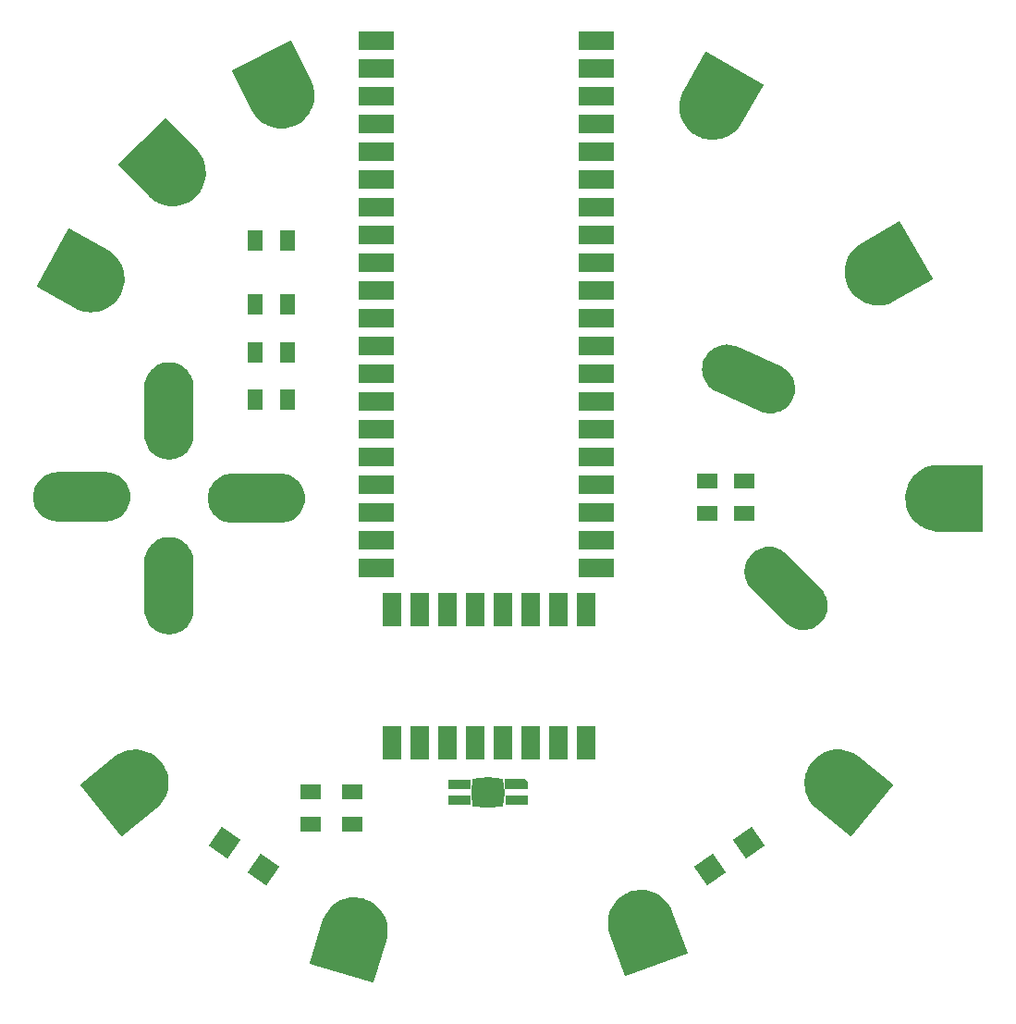
<source format=gts>
G04 Layer: TopSolderMaskLayer*
G04 EasyEDA v6.5.50, 2025-08-14 22:33:42*
G04 e75713753cb845a6aa3ca86cf9a0bac9,7f6f5378126b4d5b8a4b95b5ffd06442,10*
G04 Gerber Generator version 0.2*
G04 Scale: 100 percent, Rotated: No, Reflected: No *
G04 Dimensions in millimeters *
G04 leading zeros omitted , absolute positions ,4 integer and 5 decimal *
%FSLAX45Y45*%
%MOMM*%

%AMMACRO1*4,1,8,-0.7831,-1.5508,-0.8128,-1.521,-0.8128,1.5211,-0.7831,1.5508,0.783,1.5508,0.8128,1.5211,0.8128,-1.521,0.783,-1.5508,-0.7831,-1.5508,0*%
%AMMACRO2*4,1,8,0.2337,-1.4464,-1.4391,-0.2751,-1.4464,-0.2337,-0.2751,1.4391,-0.2337,1.4464,1.4391,0.2751,1.4464,0.2337,0.2751,-1.4391,0.2337,-1.4464,0*%
%AMMACRO3*4,1,8,-0.2337,-1.4464,-0.2751,-1.4391,-1.4464,0.2337,-1.4391,0.2751,0.2337,1.4464,0.2751,1.4391,1.4464,-0.2337,1.4391,-0.2751,-0.2337,-1.4464,0*%
%AMMACRO4*4,1,8,-0.6248,-0.9013,-0.6546,-0.8715,-0.6546,0.8716,-0.6248,0.9013,0.6248,0.9013,0.6546,0.8716,0.6546,-0.8715,0.6248,-0.9013,-0.6248,-0.9013,0*%
%AMMACRO5*4,1,8,-0.8716,-0.6546,-0.9013,-0.6248,-0.9013,0.6248,-0.8716,0.6546,0.8715,0.6546,0.9013,0.6248,0.9013,-0.6248,0.8715,-0.6546,-0.8716,-0.6546,0*%
%AMMACRO6*4,1,8,-1.6211,-0.8508,-1.6508,-0.821,-1.6508,0.8211,-1.6211,0.8508,1.621,0.8508,1.6508,0.8211,1.6508,-0.821,1.621,-0.8508,-1.6211,-0.8508,0*%
%AMMACRO7*4,1,8,-1.0211,-0.4608,-1.0508,-0.431,-1.0508,0.4311,-1.0211,0.4608,1.021,0.4608,1.0508,0.4311,1.0508,-0.431,1.021,-0.4608,-1.0211,-0.4608,0*%
%ADD10MACRO1*%
%ADD11MACRO2*%
%ADD12MACRO3*%
%ADD13MACRO4*%
%ADD14MACRO5*%
%ADD15MACRO6*%
%ADD16MACRO7*%
%ADD17C,0.0133*%

%LPD*%
G36*
X12700Y-2552700D02*
G01*
X-127000Y-2565400D01*
X-139700Y-2692400D01*
X-127000Y-2822549D01*
X12700Y-2832100D01*
X152400Y-2822549D01*
X165100Y-2692400D01*
X152400Y-2565400D01*
G37*
D10*
G01*
X-609597Y-2235200D03*
G01*
X-355600Y-2235200D03*
G01*
X-101600Y-2235200D03*
G01*
X152400Y-2235200D03*
G01*
X406400Y-2235200D03*
G01*
X660400Y-2235200D03*
G01*
X914400Y-2235200D03*
G01*
X-609600Y-1016000D03*
G01*
X-355600Y-1016000D03*
G01*
X-101600Y-1016000D03*
G01*
X152400Y-1016000D03*
G01*
X406400Y-1016000D03*
G01*
X660400Y-1016000D03*
G01*
X914400Y-1016000D03*
G01*
X-863600Y-1016000D03*
G01*
X-863600Y-2235200D03*
G36*
X-2919265Y355295D02*
G01*
X-2919770Y355320D01*
X-2941594Y357502D01*
X-2942094Y357578D01*
X-2963593Y361924D01*
X-2964083Y362049D01*
X-2985041Y368513D01*
X-2985518Y368686D01*
X-3005726Y377205D01*
X-3006183Y377426D01*
X-3025447Y387916D01*
X-3025879Y388180D01*
X-3043999Y400535D01*
X-3044403Y400839D01*
X-3061202Y414936D01*
X-3061573Y415279D01*
X-3076889Y430982D01*
X-3077225Y431363D01*
X-3090898Y448510D01*
X-3091192Y448922D01*
X-3103092Y467344D01*
X-3103346Y467784D01*
X-3113351Y487301D01*
X-3113559Y487761D01*
X-3121573Y508177D01*
X-3121733Y508657D01*
X-3127672Y529770D01*
X-3127786Y530265D01*
X-3131596Y551863D01*
X-3131657Y552366D01*
X-3133295Y574238D01*
X-3133310Y574614D01*
X-3133379Y820097D01*
X-3133354Y820597D01*
X-3133283Y821090D01*
X-3133161Y821573D01*
X-3132993Y822043D01*
X-3132780Y822492D01*
X-3132523Y822921D01*
X-3132226Y823323D01*
X-3131891Y823691D01*
X-3131522Y824026D01*
X-3131121Y824323D01*
X-3130694Y824580D01*
X-3130242Y824793D01*
X-3129775Y824961D01*
X-3129290Y825083D01*
X-3128797Y825154D01*
X-3128299Y825179D01*
X-2688300Y825179D01*
X-2687802Y825154D01*
X-2687309Y825083D01*
X-2686824Y824961D01*
X-2686357Y824793D01*
X-2685905Y824580D01*
X-2685478Y824323D01*
X-2685077Y824026D01*
X-2684708Y823691D01*
X-2684373Y823323D01*
X-2684076Y822921D01*
X-2683819Y822492D01*
X-2683606Y822043D01*
X-2683438Y821573D01*
X-2683316Y821090D01*
X-2683245Y820597D01*
X-2683220Y820097D01*
X-2683289Y574614D01*
X-2683304Y574238D01*
X-2684942Y552366D01*
X-2685003Y551863D01*
X-2688813Y530265D01*
X-2688927Y529770D01*
X-2694866Y508657D01*
X-2695026Y508177D01*
X-2703040Y487761D01*
X-2703248Y487301D01*
X-2713253Y467784D01*
X-2713507Y467344D01*
X-2725407Y448922D01*
X-2725701Y448510D01*
X-2739374Y431363D01*
X-2739710Y430982D01*
X-2755026Y415279D01*
X-2755397Y414936D01*
X-2772196Y400839D01*
X-2772600Y400535D01*
X-2790720Y388180D01*
X-2791152Y387916D01*
X-2810416Y377426D01*
X-2810873Y377205D01*
X-2831081Y368686D01*
X-2831558Y368513D01*
X-2852516Y362049D01*
X-2853006Y361924D01*
X-2874505Y357578D01*
X-2875005Y357502D01*
X-2896829Y355320D01*
X-2897334Y355295D01*
G37*
G36*
X-3128299Y775020D02*
G01*
X-3128797Y775045D01*
X-3129290Y775116D01*
X-3129775Y775238D01*
X-3130242Y775406D01*
X-3130694Y775619D01*
X-3131121Y775876D01*
X-3131522Y776173D01*
X-3131891Y776508D01*
X-3132226Y776876D01*
X-3132523Y777278D01*
X-3132780Y777707D01*
X-3132993Y778156D01*
X-3133161Y778626D01*
X-3133283Y779109D01*
X-3133354Y779602D01*
X-3133379Y780102D01*
X-3133310Y1025585D01*
X-3133295Y1025961D01*
X-3131657Y1047833D01*
X-3131596Y1048336D01*
X-3127786Y1069934D01*
X-3127672Y1070429D01*
X-3121733Y1091542D01*
X-3121573Y1092022D01*
X-3113559Y1112438D01*
X-3113351Y1112898D01*
X-3103346Y1132415D01*
X-3103092Y1132855D01*
X-3091192Y1151277D01*
X-3090898Y1151689D01*
X-3077225Y1168836D01*
X-3076889Y1169217D01*
X-3061573Y1184920D01*
X-3061202Y1185263D01*
X-3044403Y1199360D01*
X-3043999Y1199664D01*
X-3025879Y1212019D01*
X-3025447Y1212283D01*
X-3006183Y1222773D01*
X-3005726Y1222994D01*
X-2985518Y1231513D01*
X-2985041Y1231686D01*
X-2964083Y1238150D01*
X-2963593Y1238275D01*
X-2942094Y1242621D01*
X-2941594Y1242697D01*
X-2919770Y1244879D01*
X-2919265Y1244904D01*
X-2897334Y1244904D01*
X-2896829Y1244879D01*
X-2875005Y1242697D01*
X-2874505Y1242621D01*
X-2853006Y1238275D01*
X-2852516Y1238150D01*
X-2831558Y1231686D01*
X-2831081Y1231513D01*
X-2810873Y1222994D01*
X-2810416Y1222773D01*
X-2791152Y1212283D01*
X-2790720Y1212019D01*
X-2772600Y1199664D01*
X-2772196Y1199360D01*
X-2755397Y1185263D01*
X-2755026Y1184920D01*
X-2739710Y1169217D01*
X-2739374Y1168836D01*
X-2725701Y1151689D01*
X-2725407Y1151277D01*
X-2713507Y1132855D01*
X-2713253Y1132415D01*
X-2703248Y1112898D01*
X-2703040Y1112438D01*
X-2695026Y1092022D01*
X-2694866Y1091542D01*
X-2688927Y1070429D01*
X-2688813Y1069934D01*
X-2685003Y1048336D01*
X-2684942Y1047833D01*
X-2683304Y1025961D01*
X-2683289Y1025585D01*
X-2683220Y780102D01*
X-2683245Y779602D01*
X-2683316Y779109D01*
X-2683438Y778626D01*
X-2683606Y778156D01*
X-2683819Y777707D01*
X-2684076Y777278D01*
X-2684373Y776876D01*
X-2684708Y776508D01*
X-2685077Y776173D01*
X-2685478Y775876D01*
X-2685905Y775619D01*
X-2686357Y775406D01*
X-2686824Y775238D01*
X-2687309Y775116D01*
X-2687802Y775045D01*
X-2688300Y775020D01*
G37*
G36*
X-3688402Y-212379D02*
G01*
X-3933885Y-212310D01*
X-3934261Y-212295D01*
X-3956133Y-210657D01*
X-3956636Y-210596D01*
X-3978234Y-206786D01*
X-3978729Y-206672D01*
X-3999842Y-200733D01*
X-4000322Y-200573D01*
X-4020738Y-192559D01*
X-4021198Y-192351D01*
X-4040715Y-182346D01*
X-4041155Y-182092D01*
X-4059577Y-170192D01*
X-4059989Y-169898D01*
X-4077136Y-156225D01*
X-4077517Y-155889D01*
X-4093220Y-140573D01*
X-4093563Y-140202D01*
X-4107660Y-123403D01*
X-4107964Y-122999D01*
X-4120319Y-104879D01*
X-4120583Y-104447D01*
X-4131073Y-85183D01*
X-4131294Y-84726D01*
X-4139813Y-64518D01*
X-4139986Y-64041D01*
X-4146450Y-43083D01*
X-4146575Y-42593D01*
X-4150921Y-21094D01*
X-4150997Y-20594D01*
X-4153179Y1229D01*
X-4153204Y1734D01*
X-4153204Y23665D01*
X-4153179Y24170D01*
X-4150997Y45994D01*
X-4150921Y46494D01*
X-4146575Y67993D01*
X-4146450Y68483D01*
X-4139986Y89441D01*
X-4139813Y89918D01*
X-4131294Y110126D01*
X-4131073Y110583D01*
X-4120583Y129847D01*
X-4120319Y130279D01*
X-4107964Y148399D01*
X-4107660Y148803D01*
X-4093563Y165602D01*
X-4093220Y165973D01*
X-4077517Y181289D01*
X-4077136Y181625D01*
X-4059989Y195298D01*
X-4059577Y195592D01*
X-4041155Y207492D01*
X-4040715Y207746D01*
X-4021198Y217751D01*
X-4020738Y217959D01*
X-4000322Y225973D01*
X-3999842Y226133D01*
X-3978729Y232072D01*
X-3978234Y232186D01*
X-3956636Y235996D01*
X-3956133Y236057D01*
X-3934261Y237695D01*
X-3933885Y237710D01*
X-3688402Y237779D01*
X-3687902Y237754D01*
X-3687409Y237683D01*
X-3686926Y237561D01*
X-3686456Y237393D01*
X-3686007Y237180D01*
X-3685578Y236923D01*
X-3685176Y236626D01*
X-3684808Y236291D01*
X-3684473Y235922D01*
X-3684176Y235521D01*
X-3683919Y235094D01*
X-3683706Y234642D01*
X-3683538Y234175D01*
X-3683416Y233690D01*
X-3683345Y233197D01*
X-3683320Y232699D01*
X-3683320Y-207299D01*
X-3683345Y-207797D01*
X-3683416Y-208290D01*
X-3683538Y-208775D01*
X-3683706Y-209242D01*
X-3683919Y-209694D01*
X-3684176Y-210121D01*
X-3684473Y-210522D01*
X-3684808Y-210891D01*
X-3685176Y-211226D01*
X-3685578Y-211523D01*
X-3686007Y-211780D01*
X-3686456Y-211993D01*
X-3686926Y-212161D01*
X-3687409Y-212283D01*
X-3687902Y-212354D01*
G37*
G36*
X-3728397Y-212379D02*
G01*
X-3728897Y-212354D01*
X-3729390Y-212283D01*
X-3729873Y-212161D01*
X-3730343Y-211993D01*
X-3730792Y-211780D01*
X-3731221Y-211523D01*
X-3731623Y-211226D01*
X-3731991Y-210891D01*
X-3732326Y-210522D01*
X-3732623Y-210121D01*
X-3732880Y-209694D01*
X-3733093Y-209242D01*
X-3733261Y-208775D01*
X-3733383Y-208290D01*
X-3733454Y-207797D01*
X-3733479Y-207299D01*
X-3733479Y232699D01*
X-3733454Y233197D01*
X-3733383Y233690D01*
X-3733261Y234175D01*
X-3733093Y234642D01*
X-3732880Y235094D01*
X-3732623Y235521D01*
X-3732326Y235922D01*
X-3731991Y236291D01*
X-3731623Y236626D01*
X-3731221Y236923D01*
X-3730792Y237180D01*
X-3730343Y237393D01*
X-3729873Y237561D01*
X-3729390Y237683D01*
X-3728897Y237754D01*
X-3728397Y237779D01*
X-3482914Y237710D01*
X-3482538Y237695D01*
X-3460666Y236057D01*
X-3460163Y235996D01*
X-3438565Y232186D01*
X-3438070Y232072D01*
X-3416957Y226133D01*
X-3416477Y225973D01*
X-3396061Y217959D01*
X-3395601Y217751D01*
X-3376084Y207746D01*
X-3375644Y207492D01*
X-3357222Y195592D01*
X-3356810Y195298D01*
X-3339663Y181625D01*
X-3339282Y181289D01*
X-3323579Y165973D01*
X-3323236Y165602D01*
X-3309139Y148803D01*
X-3308835Y148399D01*
X-3296480Y130279D01*
X-3296216Y129847D01*
X-3285726Y110583D01*
X-3285505Y110126D01*
X-3276986Y89918D01*
X-3276813Y89441D01*
X-3270349Y68483D01*
X-3270224Y67993D01*
X-3265878Y46494D01*
X-3265802Y45994D01*
X-3263620Y24170D01*
X-3263595Y23665D01*
X-3263595Y1734D01*
X-3263620Y1229D01*
X-3265802Y-20594D01*
X-3265878Y-21094D01*
X-3270224Y-42593D01*
X-3270349Y-43083D01*
X-3276813Y-64041D01*
X-3276986Y-64518D01*
X-3285505Y-84726D01*
X-3285726Y-85183D01*
X-3296216Y-104447D01*
X-3296480Y-104879D01*
X-3308835Y-122999D01*
X-3309139Y-123403D01*
X-3323236Y-140202D01*
X-3323579Y-140573D01*
X-3339282Y-155889D01*
X-3339663Y-156225D01*
X-3356810Y-169898D01*
X-3357222Y-170192D01*
X-3375644Y-182092D01*
X-3376084Y-182346D01*
X-3395601Y-192351D01*
X-3396061Y-192559D01*
X-3416477Y-200573D01*
X-3416957Y-200733D01*
X-3438070Y-206672D01*
X-3438565Y-206786D01*
X-3460163Y-210596D01*
X-3460666Y-210657D01*
X-3482538Y-212295D01*
X-3482914Y-212310D01*
G37*
G36*
X-2919265Y-1244904D02*
G01*
X-2919770Y-1244879D01*
X-2941594Y-1242697D01*
X-2942094Y-1242621D01*
X-2963593Y-1238275D01*
X-2964083Y-1238150D01*
X-2985041Y-1231686D01*
X-2985518Y-1231513D01*
X-3005726Y-1222994D01*
X-3006183Y-1222773D01*
X-3025447Y-1212283D01*
X-3025879Y-1212019D01*
X-3043999Y-1199664D01*
X-3044403Y-1199360D01*
X-3061202Y-1185263D01*
X-3061573Y-1184920D01*
X-3076889Y-1169217D01*
X-3077225Y-1168836D01*
X-3090898Y-1151689D01*
X-3091192Y-1151277D01*
X-3103092Y-1132855D01*
X-3103346Y-1132415D01*
X-3113351Y-1112898D01*
X-3113559Y-1112438D01*
X-3121573Y-1092022D01*
X-3121733Y-1091542D01*
X-3127672Y-1070429D01*
X-3127786Y-1069934D01*
X-3131596Y-1048336D01*
X-3131657Y-1047833D01*
X-3133295Y-1025961D01*
X-3133310Y-1025585D01*
X-3133379Y-780102D01*
X-3133354Y-779602D01*
X-3133283Y-779109D01*
X-3133161Y-778626D01*
X-3132993Y-778156D01*
X-3132780Y-777707D01*
X-3132523Y-777278D01*
X-3132226Y-776876D01*
X-3131891Y-776508D01*
X-3131522Y-776173D01*
X-3131121Y-775876D01*
X-3130694Y-775619D01*
X-3130242Y-775406D01*
X-3129775Y-775238D01*
X-3129290Y-775116D01*
X-3128797Y-775045D01*
X-3128299Y-775020D01*
X-2688300Y-775020D01*
X-2687802Y-775045D01*
X-2687309Y-775116D01*
X-2686824Y-775238D01*
X-2686357Y-775406D01*
X-2685905Y-775619D01*
X-2685478Y-775876D01*
X-2685077Y-776173D01*
X-2684708Y-776508D01*
X-2684373Y-776876D01*
X-2684076Y-777278D01*
X-2683819Y-777707D01*
X-2683606Y-778156D01*
X-2683438Y-778626D01*
X-2683316Y-779109D01*
X-2683245Y-779602D01*
X-2683220Y-780102D01*
X-2683289Y-1025585D01*
X-2683304Y-1025961D01*
X-2684942Y-1047833D01*
X-2685003Y-1048336D01*
X-2688813Y-1069934D01*
X-2688927Y-1070429D01*
X-2694866Y-1091542D01*
X-2695026Y-1092022D01*
X-2703040Y-1112438D01*
X-2703248Y-1112898D01*
X-2713253Y-1132415D01*
X-2713507Y-1132855D01*
X-2725407Y-1151277D01*
X-2725701Y-1151689D01*
X-2739374Y-1168836D01*
X-2739710Y-1169217D01*
X-2755026Y-1184920D01*
X-2755397Y-1185263D01*
X-2772196Y-1199360D01*
X-2772600Y-1199664D01*
X-2790720Y-1212019D01*
X-2791152Y-1212283D01*
X-2810416Y-1222773D01*
X-2810873Y-1222994D01*
X-2831081Y-1231513D01*
X-2831558Y-1231686D01*
X-2852516Y-1238150D01*
X-2853006Y-1238275D01*
X-2874505Y-1242621D01*
X-2875005Y-1242697D01*
X-2896829Y-1244879D01*
X-2897334Y-1244904D01*
G37*
G36*
X-3128299Y-825179D02*
G01*
X-3128797Y-825154D01*
X-3129290Y-825083D01*
X-3129775Y-824961D01*
X-3130242Y-824793D01*
X-3130694Y-824580D01*
X-3131121Y-824323D01*
X-3131522Y-824026D01*
X-3131891Y-823691D01*
X-3132226Y-823323D01*
X-3132523Y-822921D01*
X-3132780Y-822492D01*
X-3132993Y-822043D01*
X-3133161Y-821573D01*
X-3133283Y-821090D01*
X-3133354Y-820597D01*
X-3133379Y-820097D01*
X-3133310Y-574614D01*
X-3133295Y-574238D01*
X-3131657Y-552366D01*
X-3131596Y-551863D01*
X-3127786Y-530265D01*
X-3127672Y-529770D01*
X-3121733Y-508657D01*
X-3121573Y-508177D01*
X-3113559Y-487761D01*
X-3113351Y-487301D01*
X-3103346Y-467784D01*
X-3103092Y-467344D01*
X-3091192Y-448922D01*
X-3090898Y-448510D01*
X-3077225Y-431363D01*
X-3076889Y-430982D01*
X-3061573Y-415279D01*
X-3061202Y-414936D01*
X-3044403Y-400839D01*
X-3043999Y-400535D01*
X-3025879Y-388180D01*
X-3025447Y-387916D01*
X-3006183Y-377426D01*
X-3005726Y-377205D01*
X-2985518Y-368686D01*
X-2985041Y-368513D01*
X-2964083Y-362049D01*
X-2963593Y-361924D01*
X-2942094Y-357578D01*
X-2941594Y-357502D01*
X-2919770Y-355320D01*
X-2919265Y-355295D01*
X-2897334Y-355295D01*
X-2896829Y-355320D01*
X-2875005Y-357502D01*
X-2874505Y-357578D01*
X-2853006Y-361924D01*
X-2852516Y-362049D01*
X-2831558Y-368513D01*
X-2831081Y-368686D01*
X-2810873Y-377205D01*
X-2810416Y-377426D01*
X-2791152Y-387916D01*
X-2790720Y-388180D01*
X-2772600Y-400535D01*
X-2772196Y-400839D01*
X-2755397Y-414936D01*
X-2755026Y-415279D01*
X-2739710Y-430982D01*
X-2739374Y-431363D01*
X-2725701Y-448510D01*
X-2725407Y-448922D01*
X-2713507Y-467344D01*
X-2713253Y-467784D01*
X-2703248Y-487301D01*
X-2703040Y-487761D01*
X-2695026Y-508177D01*
X-2694866Y-508657D01*
X-2688927Y-529770D01*
X-2688813Y-530265D01*
X-2685003Y-551863D01*
X-2684942Y-552366D01*
X-2683304Y-574238D01*
X-2683289Y-574614D01*
X-2683220Y-820097D01*
X-2683245Y-820597D01*
X-2683316Y-821090D01*
X-2683438Y-821573D01*
X-2683606Y-822043D01*
X-2683819Y-822492D01*
X-2684076Y-822921D01*
X-2684373Y-823323D01*
X-2684708Y-823691D01*
X-2685077Y-824026D01*
X-2685478Y-824323D01*
X-2685905Y-824580D01*
X-2686357Y-824793D01*
X-2686824Y-824961D01*
X-2687309Y-825083D01*
X-2687802Y-825154D01*
X-2688300Y-825179D01*
G37*
G36*
X2328953Y878009D02*
G01*
X2328456Y878044D01*
X2327965Y878131D01*
X2327485Y878265D01*
X2327020Y878446D01*
X2102789Y978354D01*
X2102449Y978522D01*
X2083135Y988915D01*
X2082700Y989177D01*
X2064519Y1001443D01*
X2064115Y1001745D01*
X2047242Y1015756D01*
X2046869Y1016099D01*
X2031476Y1031725D01*
X2031141Y1032103D01*
X2017382Y1049182D01*
X2017082Y1049594D01*
X2005093Y1067958D01*
X2004839Y1068395D01*
X1994735Y1087859D01*
X1994524Y1088318D01*
X1986409Y1108697D01*
X1986244Y1109177D01*
X1980199Y1130259D01*
X1980084Y1130752D01*
X1976168Y1152329D01*
X1976102Y1152832D01*
X1974354Y1174699D01*
X1974339Y1175204D01*
X1974776Y1197129D01*
X1974811Y1197635D01*
X1977430Y1219410D01*
X1977516Y1219908D01*
X1982289Y1241315D01*
X1982424Y1241805D01*
X1989307Y1262628D01*
X1989490Y1263098D01*
X1998411Y1283134D01*
X1998639Y1283586D01*
X2009508Y1302636D01*
X2009780Y1303063D01*
X2022495Y1320934D01*
X2022810Y1321333D01*
X2037240Y1337851D01*
X2037590Y1338214D01*
X2053592Y1353210D01*
X2053981Y1353538D01*
X2071400Y1366867D01*
X2071817Y1367154D01*
X2090473Y1378684D01*
X2090915Y1378930D01*
X2110625Y1388544D01*
X2111093Y1388742D01*
X2131667Y1396347D01*
X2132149Y1396499D01*
X2153376Y1402016D01*
X2153871Y1402118D01*
X2175543Y1405496D01*
X2176045Y1405549D01*
X2197943Y1406751D01*
X2198451Y1406753D01*
X2220363Y1405770D01*
X2220866Y1405722D01*
X2242568Y1402560D01*
X2243066Y1402463D01*
X2264346Y1397160D01*
X2264831Y1397012D01*
X2285479Y1389611D01*
X2285829Y1389468D01*
X2510116Y1289685D01*
X2510561Y1289461D01*
X2510983Y1289194D01*
X2511374Y1288887D01*
X2511734Y1288542D01*
X2512059Y1288163D01*
X2512347Y1287757D01*
X2512593Y1287322D01*
X2512794Y1286865D01*
X2512949Y1286393D01*
X2513058Y1285905D01*
X2513119Y1285410D01*
X2513129Y1284912D01*
X2513093Y1284414D01*
X2513007Y1283924D01*
X2512872Y1283444D01*
X2512692Y1282979D01*
X2333729Y881021D01*
X2333505Y880574D01*
X2333236Y880155D01*
X2332929Y879762D01*
X2332586Y879401D01*
X2332207Y879076D01*
X2331798Y878789D01*
X2331364Y878545D01*
X2330907Y878344D01*
X2330434Y878187D01*
X2329947Y878080D01*
X2329451Y878019D01*
G37*
G36*
X2602148Y777646D02*
G01*
X2580236Y778629D01*
X2579733Y778677D01*
X2558031Y781839D01*
X2557533Y781936D01*
X2536253Y787239D01*
X2535768Y787387D01*
X2515120Y794788D01*
X2514770Y794931D01*
X2290483Y894714D01*
X2290038Y894938D01*
X2289616Y895205D01*
X2289225Y895512D01*
X2288865Y895857D01*
X2288540Y896236D01*
X2288252Y896642D01*
X2288006Y897077D01*
X2287805Y897534D01*
X2287650Y898006D01*
X2287541Y898494D01*
X2287480Y898989D01*
X2287470Y899487D01*
X2287506Y899985D01*
X2287592Y900475D01*
X2287727Y900955D01*
X2287907Y901420D01*
X2466870Y1303378D01*
X2467094Y1303825D01*
X2467363Y1304244D01*
X2467670Y1304637D01*
X2468013Y1304998D01*
X2468392Y1305323D01*
X2468801Y1305610D01*
X2469235Y1305854D01*
X2469692Y1306055D01*
X2470165Y1306212D01*
X2470652Y1306319D01*
X2471148Y1306380D01*
X2471646Y1306390D01*
X2472143Y1306355D01*
X2472634Y1306268D01*
X2473114Y1306134D01*
X2473579Y1305953D01*
X2697810Y1206045D01*
X2698150Y1205877D01*
X2717464Y1195484D01*
X2717899Y1195222D01*
X2736080Y1182956D01*
X2736484Y1182654D01*
X2753357Y1168643D01*
X2753730Y1168300D01*
X2769123Y1152674D01*
X2769458Y1152296D01*
X2783217Y1135217D01*
X2783517Y1134805D01*
X2795506Y1116441D01*
X2795760Y1116004D01*
X2805864Y1096540D01*
X2806075Y1096081D01*
X2814190Y1075702D01*
X2814355Y1075222D01*
X2820400Y1054140D01*
X2820515Y1053647D01*
X2824431Y1032070D01*
X2824497Y1031567D01*
X2826245Y1009700D01*
X2826260Y1009195D01*
X2825823Y987270D01*
X2825788Y986764D01*
X2823169Y964989D01*
X2823083Y964491D01*
X2818310Y943084D01*
X2818175Y942594D01*
X2811292Y921771D01*
X2811109Y921301D01*
X2802188Y901265D01*
X2801960Y900813D01*
X2791091Y881763D01*
X2790819Y881336D01*
X2778104Y863465D01*
X2777789Y863066D01*
X2763359Y846548D01*
X2763009Y846185D01*
X2747007Y831189D01*
X2746618Y830861D01*
X2729199Y817532D01*
X2728782Y817245D01*
X2710126Y805715D01*
X2709684Y805469D01*
X2689974Y795855D01*
X2689506Y795657D01*
X2668932Y788052D01*
X2668450Y787900D01*
X2647223Y782383D01*
X2646728Y782281D01*
X2625056Y778903D01*
X2624554Y778850D01*
X2602656Y777648D01*
G37*
G36*
X2906928Y-1205989D02*
G01*
X2884992Y-1205715D01*
X2884487Y-1205682D01*
X2862694Y-1203225D01*
X2862193Y-1203144D01*
X2840753Y-1198532D01*
X2840266Y-1198402D01*
X2819389Y-1191676D01*
X2818914Y-1191496D01*
X2798813Y-1182725D01*
X2798361Y-1182499D01*
X2779232Y-1171770D01*
X2778803Y-1171501D01*
X2760837Y-1158923D01*
X2760436Y-1158613D01*
X2743812Y-1144305D01*
X2743535Y-1144049D01*
X2569903Y-970516D01*
X2569568Y-970145D01*
X2569270Y-969746D01*
X2569014Y-969317D01*
X2568801Y-968867D01*
X2568633Y-968397D01*
X2568511Y-967915D01*
X2568440Y-967419D01*
X2568414Y-966922D01*
X2568440Y-966424D01*
X2568511Y-965931D01*
X2568633Y-965448D01*
X2568801Y-964979D01*
X2569014Y-964526D01*
X2569270Y-964100D01*
X2569568Y-963698D01*
X2569903Y-963330D01*
X2881030Y-652203D01*
X2881398Y-651868D01*
X2881800Y-651570D01*
X2882226Y-651314D01*
X2882679Y-651101D01*
X2883148Y-650933D01*
X2883631Y-650811D01*
X2884124Y-650740D01*
X2884622Y-650714D01*
X2885119Y-650740D01*
X2885615Y-650811D01*
X2886097Y-650933D01*
X2886567Y-651101D01*
X2887017Y-651314D01*
X2887446Y-651570D01*
X2887845Y-651868D01*
X2888216Y-652203D01*
X3061749Y-825835D01*
X3062005Y-826112D01*
X3076313Y-842736D01*
X3076623Y-843137D01*
X3089201Y-861103D01*
X3089470Y-861532D01*
X3100199Y-880661D01*
X3100425Y-881113D01*
X3109196Y-901214D01*
X3109376Y-901689D01*
X3116102Y-922566D01*
X3116232Y-923053D01*
X3120844Y-944493D01*
X3120925Y-944994D01*
X3123382Y-966787D01*
X3123415Y-967292D01*
X3123689Y-989228D01*
X3123669Y-989733D01*
X3121756Y-1011580D01*
X3121687Y-1012083D01*
X3117611Y-1033632D01*
X3117491Y-1034125D01*
X3111289Y-1055164D01*
X3111124Y-1055641D01*
X3102858Y-1075954D01*
X3102643Y-1076413D01*
X3092394Y-1095804D01*
X3092135Y-1096238D01*
X3080006Y-1114513D01*
X3079706Y-1114920D01*
X3065818Y-1131895D01*
X3065477Y-1132271D01*
X3049971Y-1147777D01*
X3049595Y-1148118D01*
X3032620Y-1162006D01*
X3032213Y-1162306D01*
X3013938Y-1174435D01*
X3013504Y-1174694D01*
X2994113Y-1184943D01*
X2993654Y-1185158D01*
X2973341Y-1193424D01*
X2972864Y-1193589D01*
X2951825Y-1199791D01*
X2951332Y-1199911D01*
X2929783Y-1203987D01*
X2929280Y-1204056D01*
X2907433Y-1205969D01*
G37*
G36*
X2601777Y-1000285D02*
G01*
X2601280Y-1000259D01*
X2600784Y-1000188D01*
X2600302Y-1000066D01*
X2599832Y-999898D01*
X2599382Y-999685D01*
X2598953Y-999429D01*
X2598554Y-999131D01*
X2598183Y-998796D01*
X2424650Y-825164D01*
X2424394Y-824887D01*
X2410086Y-808263D01*
X2409776Y-807862D01*
X2397198Y-789896D01*
X2396929Y-789467D01*
X2386200Y-770338D01*
X2385974Y-769886D01*
X2377203Y-749785D01*
X2377023Y-749310D01*
X2370297Y-728433D01*
X2370167Y-727946D01*
X2365555Y-706506D01*
X2365474Y-706005D01*
X2363017Y-684212D01*
X2362984Y-683707D01*
X2362710Y-661771D01*
X2362730Y-661266D01*
X2364643Y-639419D01*
X2364712Y-638916D01*
X2368788Y-617367D01*
X2368908Y-616874D01*
X2375110Y-595835D01*
X2375275Y-595358D01*
X2383541Y-575045D01*
X2383756Y-574586D01*
X2394005Y-555195D01*
X2394264Y-554761D01*
X2406393Y-536486D01*
X2406693Y-536079D01*
X2420581Y-519104D01*
X2420922Y-518728D01*
X2436428Y-503222D01*
X2436804Y-502881D01*
X2453779Y-488993D01*
X2454186Y-488693D01*
X2472461Y-476564D01*
X2472895Y-476305D01*
X2492286Y-466056D01*
X2492745Y-465841D01*
X2513058Y-457575D01*
X2513535Y-457410D01*
X2534574Y-451208D01*
X2535067Y-451088D01*
X2556616Y-447012D01*
X2557119Y-446943D01*
X2578966Y-445030D01*
X2579471Y-445010D01*
X2601407Y-445284D01*
X2601912Y-445317D01*
X2623705Y-447774D01*
X2624206Y-447855D01*
X2645646Y-452467D01*
X2646133Y-452597D01*
X2667010Y-459323D01*
X2667485Y-459503D01*
X2687586Y-468274D01*
X2688038Y-468500D01*
X2707167Y-479229D01*
X2707596Y-479498D01*
X2725562Y-492076D01*
X2725963Y-492386D01*
X2742587Y-506694D01*
X2742864Y-506950D01*
X2916496Y-680483D01*
X2916831Y-680854D01*
X2917129Y-681253D01*
X2917385Y-681682D01*
X2917598Y-682132D01*
X2917766Y-682602D01*
X2917888Y-683084D01*
X2917959Y-683580D01*
X2917985Y-684077D01*
X2917959Y-684575D01*
X2917888Y-685068D01*
X2917766Y-685551D01*
X2917598Y-686020D01*
X2917385Y-686473D01*
X2917129Y-686899D01*
X2916831Y-687301D01*
X2916496Y-687669D01*
X2605369Y-998796D01*
X2605001Y-999131D01*
X2604599Y-999429D01*
X2604173Y-999685D01*
X2603720Y-999898D01*
X2603251Y-1000066D01*
X2602768Y-1000188D01*
X2602275Y-1000259D01*
G37*
G36*
X4539985Y-305099D02*
G01*
X4125033Y-304726D01*
X4124530Y-304700D01*
X4094772Y-301724D01*
X4094269Y-301647D01*
X4064952Y-295722D01*
X4064459Y-295597D01*
X4035882Y-286781D01*
X4035404Y-286605D01*
X4007845Y-274988D01*
X4007388Y-274767D01*
X3981122Y-260464D01*
X3980688Y-260200D01*
X3955978Y-243352D01*
X3955572Y-243044D01*
X3932661Y-223822D01*
X3932290Y-223476D01*
X3911406Y-202067D01*
X3911069Y-201686D01*
X3892422Y-178302D01*
X3892125Y-177888D01*
X3875900Y-152765D01*
X3875646Y-152326D01*
X3862001Y-125712D01*
X3861793Y-125249D01*
X3850866Y-97409D01*
X3850703Y-96926D01*
X3842603Y-68138D01*
X3842489Y-67642D01*
X3837297Y-38188D01*
X3837236Y-37683D01*
X3835001Y-7861D01*
X3834988Y-7353D01*
X3835732Y22545D01*
X3835770Y23053D01*
X3839489Y52730D01*
X3839575Y53230D01*
X3846230Y82387D01*
X3846370Y82877D01*
X3855897Y111226D01*
X3856083Y111699D01*
X3868381Y138960D01*
X3868613Y139412D01*
X3883568Y165313D01*
X3883845Y165740D01*
X3901302Y190022D01*
X3901617Y190421D01*
X3921406Y212846D01*
X3921762Y213210D01*
X3943685Y233553D01*
X3944076Y233880D01*
X3967916Y251937D01*
X3968335Y252221D01*
X3993855Y267817D01*
X3994302Y268061D01*
X4021249Y281038D01*
X4021716Y281236D01*
X4049819Y291464D01*
X4050306Y291614D01*
X4079290Y298993D01*
X4079788Y299095D01*
X4109361Y303552D01*
X4109867Y303603D01*
X4139737Y305094D01*
X4139991Y305099D01*
X4539990Y305099D01*
X4540491Y305074D01*
X4540986Y305000D01*
X4541471Y304881D01*
X4541941Y304711D01*
X4542396Y304497D01*
X4542825Y304241D01*
X4543226Y303941D01*
X4543597Y303606D01*
X4543933Y303235D01*
X4544232Y302834D01*
X4544489Y302404D01*
X4544702Y301950D01*
X4544872Y301480D01*
X4544992Y300995D01*
X4545065Y300499D01*
X4545091Y299999D01*
X4545091Y-299999D01*
X4545065Y-300499D01*
X4544992Y-300995D01*
X4544870Y-301480D01*
X4544702Y-301952D01*
X4544489Y-302404D01*
X4544230Y-302834D01*
X4543933Y-303235D01*
X4543595Y-303608D01*
X4543224Y-303944D01*
X4542823Y-304241D01*
X4542391Y-304497D01*
X4541939Y-304713D01*
X4541466Y-304881D01*
X4540981Y-305003D01*
X4540486Y-305074D01*
G37*
G36*
X2069741Y3280244D02*
G01*
X2039871Y3281733D01*
X2039365Y3281784D01*
X2009792Y3286241D01*
X2009294Y3286343D01*
X1980311Y3293722D01*
X1979823Y3293871D01*
X1951720Y3304105D01*
X1951253Y3304303D01*
X1924309Y3317278D01*
X1923862Y3317521D01*
X1898340Y3333114D01*
X1897921Y3333399D01*
X1874078Y3351458D01*
X1873686Y3351786D01*
X1851766Y3372126D01*
X1851411Y3372490D01*
X1831621Y3394918D01*
X1831306Y3395317D01*
X1813847Y3419596D01*
X1813570Y3420023D01*
X1798619Y3445926D01*
X1798388Y3446378D01*
X1786087Y3473637D01*
X1785901Y3474110D01*
X1776376Y3502459D01*
X1776237Y3502949D01*
X1769579Y3532108D01*
X1769493Y3532609D01*
X1765774Y3562283D01*
X1765736Y3562791D01*
X1764990Y3592687D01*
X1765002Y3593195D01*
X1767240Y3623020D01*
X1767301Y3623523D01*
X1772490Y3652977D01*
X1772605Y3653475D01*
X1780710Y3682265D01*
X1780872Y3682748D01*
X1791799Y3710589D01*
X1792008Y3711051D01*
X1805650Y3737663D01*
X1805772Y3737886D01*
X2005771Y4084297D01*
X2006043Y4084718D01*
X2006353Y4085109D01*
X2006701Y4085470D01*
X2007085Y4085793D01*
X2007496Y4086077D01*
X2007933Y4086321D01*
X2008393Y4086519D01*
X2008868Y4086674D01*
X2009358Y4086778D01*
X2009856Y4086837D01*
X2010356Y4086844D01*
X2010854Y4086804D01*
X2011347Y4086715D01*
X2011827Y4086575D01*
X2012294Y4086392D01*
X2012739Y4086164D01*
X2532352Y3786164D01*
X2532773Y3785892D01*
X2533164Y3785582D01*
X2533525Y3785232D01*
X2533848Y3784851D01*
X2534132Y3784439D01*
X2534376Y3784003D01*
X2534577Y3783543D01*
X2534729Y3783065D01*
X2534833Y3782575D01*
X2534892Y3782077D01*
X2534899Y3781577D01*
X2534859Y3781079D01*
X2534767Y3780586D01*
X2534630Y3780104D01*
X2534445Y3779639D01*
X2534216Y3779192D01*
X2326416Y3420018D01*
X2326142Y3419596D01*
X2308684Y3395314D01*
X2308369Y3394915D01*
X2288580Y3372490D01*
X2288225Y3372126D01*
X2266302Y3351786D01*
X2265911Y3351458D01*
X2242070Y3333402D01*
X2241651Y3333117D01*
X2216129Y3317519D01*
X2215682Y3317275D01*
X2188738Y3304303D01*
X2188270Y3304105D01*
X2160168Y3293874D01*
X2159683Y3293724D01*
X2130699Y3286340D01*
X2130198Y3286239D01*
X2100625Y3281784D01*
X2100120Y3281733D01*
X2070249Y3280244D01*
G37*
G36*
X3577983Y1764992D02*
G01*
X3577475Y1765005D01*
X3547653Y1767240D01*
X3547148Y1767301D01*
X3517696Y1772493D01*
X3517201Y1772607D01*
X3488410Y1780707D01*
X3487927Y1780870D01*
X3460087Y1791797D01*
X3459624Y1792005D01*
X3433010Y1805650D01*
X3432571Y1805904D01*
X3407448Y1822129D01*
X3407034Y1822427D01*
X3383653Y1841075D01*
X3383272Y1841413D01*
X3361862Y1862294D01*
X3361517Y1862665D01*
X3342292Y1885576D01*
X3341984Y1885983D01*
X3325136Y1910692D01*
X3324872Y1911126D01*
X3310569Y1937390D01*
X3310348Y1937847D01*
X3298731Y1965408D01*
X3298555Y1965886D01*
X3289739Y1994463D01*
X3289614Y1994956D01*
X3283691Y2024270D01*
X3283615Y2024773D01*
X3280636Y2054532D01*
X3280610Y2055040D01*
X3280610Y2084948D01*
X3280636Y2085456D01*
X3283615Y2115215D01*
X3283691Y2115718D01*
X3289617Y2145035D01*
X3289741Y2145527D01*
X3298555Y2174105D01*
X3298731Y2174582D01*
X3310346Y2202141D01*
X3310567Y2202599D01*
X3324872Y2228865D01*
X3325136Y2229299D01*
X3341984Y2254011D01*
X3342292Y2254417D01*
X3361514Y2277325D01*
X3361860Y2277696D01*
X3383272Y2298580D01*
X3383653Y2298918D01*
X3407036Y2317562D01*
X3407448Y2317859D01*
X3432571Y2334087D01*
X3432789Y2334219D01*
X3779197Y2534218D01*
X3779641Y2534447D01*
X3780109Y2534630D01*
X3780589Y2534770D01*
X3781082Y2534859D01*
X3781579Y2534899D01*
X3782080Y2534892D01*
X3782578Y2534833D01*
X3783068Y2534729D01*
X3783543Y2534574D01*
X3784003Y2534376D01*
X3784439Y2534132D01*
X3784851Y2533848D01*
X3785234Y2533525D01*
X3785582Y2533164D01*
X3785892Y2532773D01*
X3786164Y2532352D01*
X4086164Y2012736D01*
X4086392Y2012292D01*
X4086578Y2011824D01*
X4086715Y2011344D01*
X4086804Y2010851D01*
X4086844Y2010351D01*
X4086837Y2009851D01*
X4086778Y2009353D01*
X4086672Y2008863D01*
X4086519Y2008388D01*
X4086318Y2007928D01*
X4086077Y2007491D01*
X4085790Y2007080D01*
X4085468Y2006696D01*
X4085107Y2006348D01*
X4084713Y2006038D01*
X4084292Y2005766D01*
X3724744Y1798614D01*
X3724297Y1798386D01*
X3697038Y1786084D01*
X3696563Y1785899D01*
X3668212Y1776374D01*
X3667724Y1776234D01*
X3638567Y1769579D01*
X3638067Y1769493D01*
X3608392Y1765774D01*
X3607884Y1765736D01*
G37*
G36*
X-1880024Y3383666D02*
G01*
X-1880532Y3383668D01*
X-1910397Y3385235D01*
X-1910902Y3385286D01*
X-1940466Y3389817D01*
X-1940963Y3389919D01*
X-1969930Y3397369D01*
X-1970415Y3397521D01*
X-1998492Y3407818D01*
X-1998962Y3408017D01*
X-2025873Y3421062D01*
X-2026318Y3421306D01*
X-2051799Y3436965D01*
X-2052218Y3437252D01*
X-2076015Y3455370D01*
X-2076404Y3455697D01*
X-2098276Y3476091D01*
X-2098631Y3476457D01*
X-2118365Y3498933D01*
X-2118680Y3499332D01*
X-2136076Y3523658D01*
X-2136350Y3524084D01*
X-2151240Y3550020D01*
X-2151362Y3550244D01*
X-2332956Y3906646D01*
X-2333162Y3907104D01*
X-2333322Y3907579D01*
X-2333434Y3908066D01*
X-2333497Y3908562D01*
X-2333513Y3909062D01*
X-2333477Y3909562D01*
X-2333393Y3910055D01*
X-2333264Y3910540D01*
X-2333086Y3911008D01*
X-2332862Y3911455D01*
X-2332596Y3911879D01*
X-2332291Y3912275D01*
X-2331948Y3912638D01*
X-2331570Y3912969D01*
X-2331163Y3913258D01*
X-2330729Y3913507D01*
X-1796127Y4185902D01*
X-1795670Y4186107D01*
X-1795195Y4186267D01*
X-1794708Y4186379D01*
X-1794210Y4186443D01*
X-1793709Y4186458D01*
X-1793209Y4186422D01*
X-1792716Y4186339D01*
X-1792234Y4186207D01*
X-1791764Y4186029D01*
X-1791317Y4185805D01*
X-1790893Y4185541D01*
X-1790496Y4185234D01*
X-1790133Y4184891D01*
X-1789803Y4184512D01*
X-1789513Y4184103D01*
X-1789264Y4183669D01*
X-1601213Y3813776D01*
X-1601007Y3813317D01*
X-1590151Y3785448D01*
X-1589991Y3784965D01*
X-1581960Y3756154D01*
X-1581848Y3755659D01*
X-1576727Y3726195D01*
X-1576664Y3725689D01*
X-1574507Y3695860D01*
X-1574497Y3695352D01*
X-1575315Y3665453D01*
X-1575353Y3664945D01*
X-1579148Y3635281D01*
X-1579237Y3634780D01*
X-1585963Y3605641D01*
X-1586103Y3605154D01*
X-1595696Y3576825D01*
X-1595884Y3576353D01*
X-1608254Y3549121D01*
X-1608488Y3548669D01*
X-1623507Y3522809D01*
X-1623781Y3522383D01*
X-1641299Y3498141D01*
X-1641619Y3497745D01*
X-1661467Y3475370D01*
X-1661822Y3475007D01*
X-1683796Y3454717D01*
X-1684187Y3454389D01*
X-1708071Y3436393D01*
X-1708490Y3436109D01*
X-1734047Y3420579D01*
X-1734494Y3420338D01*
X-1761474Y3407427D01*
X-1761944Y3407229D01*
X-1790072Y3397069D01*
X-1790557Y3396922D01*
X-1819559Y3389614D01*
X-1820059Y3389515D01*
X-1849643Y3385134D01*
X-1850148Y3385083D01*
G37*
G36*
X-3622946Y1702020D02*
G01*
X-3623454Y1702023D01*
X-3653312Y1703735D01*
X-3653817Y1703791D01*
X-3683355Y1708472D01*
X-3683853Y1708576D01*
X-3712781Y1716171D01*
X-3713266Y1716323D01*
X-3741293Y1726765D01*
X-3741760Y1726966D01*
X-3768608Y1740143D01*
X-3768834Y1740263D01*
X-4118681Y1934187D01*
X-4119105Y1934451D01*
X-4119501Y1934753D01*
X-4119867Y1935096D01*
X-4120197Y1935472D01*
X-4120489Y1935878D01*
X-4120741Y1936313D01*
X-4120949Y1936767D01*
X-4121109Y1937242D01*
X-4121223Y1937727D01*
X-4121289Y1938225D01*
X-4121307Y1938726D01*
X-4121274Y1939223D01*
X-4121193Y1939719D01*
X-4121063Y1940201D01*
X-4120888Y1940671D01*
X-4120667Y1941118D01*
X-3829784Y2465887D01*
X-3829519Y2466314D01*
X-3829215Y2466713D01*
X-3828874Y2467079D01*
X-3828498Y2467409D01*
X-3828089Y2467701D01*
X-3827658Y2467950D01*
X-3827200Y2468158D01*
X-3826728Y2468318D01*
X-3826240Y2468432D01*
X-3825742Y2468498D01*
X-3825242Y2468516D01*
X-3824742Y2468483D01*
X-3824249Y2468402D01*
X-3823764Y2468272D01*
X-3823296Y2468097D01*
X-3822847Y2467874D01*
X-3460102Y2266373D01*
X-3459675Y2266109D01*
X-3435090Y2249078D01*
X-3434687Y2248768D01*
X-3411918Y2229373D01*
X-3411547Y2229022D01*
X-3390828Y2207458D01*
X-3390496Y2207074D01*
X-3372025Y2183551D01*
X-3371730Y2183137D01*
X-3355690Y2157895D01*
X-3355439Y2157453D01*
X-3341994Y2130737D01*
X-3341789Y2130272D01*
X-3331072Y2102352D01*
X-3330915Y2101870D01*
X-3323028Y2073020D01*
X-3322919Y2072523D01*
X-3317946Y2043031D01*
X-3317887Y2042525D01*
X-3315878Y2012685D01*
X-3315868Y2012177D01*
X-3316836Y1982287D01*
X-3316876Y1981781D01*
X-3320816Y1952132D01*
X-3320910Y1951631D01*
X-3327783Y1922526D01*
X-3327923Y1922035D01*
X-3337661Y1893757D01*
X-3337852Y1893285D01*
X-3350356Y1866120D01*
X-3350590Y1865670D01*
X-3365736Y1839879D01*
X-3366018Y1839455D01*
X-3383658Y1815304D01*
X-3383975Y1814908D01*
X-3403930Y1792632D01*
X-3404288Y1792272D01*
X-3426366Y1772097D01*
X-3426757Y1771774D01*
X-3450729Y1753890D01*
X-3451153Y1753605D01*
X-3476792Y1738205D01*
X-3477239Y1737964D01*
X-3504280Y1725190D01*
X-3504750Y1724997D01*
X-3532931Y1714977D01*
X-3533419Y1714830D01*
X-3562454Y1707667D01*
X-3562954Y1707570D01*
X-3592560Y1703334D01*
X-3593066Y1703288D01*
G37*
G36*
X3339470Y-3095353D02*
G01*
X3338969Y-3095330D01*
X3338474Y-3095261D01*
X3337986Y-3095142D01*
X3337514Y-3094977D01*
X3337062Y-3094763D01*
X3336630Y-3094509D01*
X3336226Y-3094212D01*
X3013984Y-2832783D01*
X3013608Y-2832447D01*
X2992353Y-2811406D01*
X2992010Y-2811030D01*
X2972958Y-2787977D01*
X2972655Y-2787571D01*
X2955993Y-2762735D01*
X2955729Y-2762298D01*
X2941624Y-2735925D01*
X2941408Y-2735465D01*
X2929996Y-2707820D01*
X2929826Y-2707340D01*
X2921226Y-2678696D01*
X2921104Y-2678203D01*
X2915396Y-2648846D01*
X2915325Y-2648343D01*
X2912569Y-2618562D01*
X2912546Y-2618054D01*
X2912770Y-2588148D01*
X2912800Y-2587640D01*
X2916003Y-2557904D01*
X2916082Y-2557401D01*
X2922226Y-2528133D01*
X2922356Y-2527642D01*
X2931383Y-2499128D01*
X2931561Y-2498651D01*
X2943385Y-2471181D01*
X2943608Y-2470724D01*
X2958109Y-2444567D01*
X2958376Y-2444135D01*
X2975406Y-2419553D01*
X2975716Y-2419151D01*
X2995109Y-2396383D01*
X2995460Y-2396012D01*
X3017027Y-2375288D01*
X3017410Y-2374955D01*
X3040931Y-2356485D01*
X3041345Y-2356190D01*
X3066590Y-2340155D01*
X3067032Y-2339903D01*
X3093745Y-2326457D01*
X3094212Y-2326251D01*
X3122137Y-2315535D01*
X3122620Y-2315377D01*
X3151466Y-2307493D01*
X3151962Y-2307384D01*
X3181454Y-2302410D01*
X3181959Y-2302352D01*
X3211799Y-2300338D01*
X3212307Y-2300328D01*
X3242198Y-2301298D01*
X3242706Y-2301339D01*
X3272353Y-2305278D01*
X3272850Y-2305372D01*
X3301959Y-2312245D01*
X3302449Y-2312385D01*
X3330727Y-2322121D01*
X3331199Y-2322311D01*
X3358367Y-2334818D01*
X3358817Y-2335055D01*
X3384605Y-2350201D01*
X3385030Y-2350480D01*
X3409180Y-2368120D01*
X3409383Y-2368273D01*
X3720241Y-2619999D01*
X3720614Y-2620335D01*
X3720952Y-2620703D01*
X3721252Y-2621104D01*
X3721514Y-2621531D01*
X3721729Y-2621981D01*
X3721902Y-2622453D01*
X3722027Y-2622936D01*
X3722103Y-2623431D01*
X3722131Y-2623931D01*
X3722110Y-2624432D01*
X3722039Y-2624927D01*
X3721920Y-2625412D01*
X3721755Y-2625885D01*
X3721544Y-2626339D01*
X3721290Y-2626771D01*
X3720995Y-2627175D01*
X3343404Y-3093463D01*
X3343069Y-3093836D01*
X3342700Y-3094174D01*
X3342299Y-3094474D01*
X3341872Y-3094736D01*
X3341420Y-3094951D01*
X3340950Y-3095124D01*
X3340465Y-3095249D01*
X3339970Y-3095325D01*
G37*
G36*
X1270637Y-4373897D02*
G01*
X1270139Y-4373852D01*
X1269646Y-4373755D01*
X1269166Y-4373613D01*
X1268704Y-4373422D01*
X1268260Y-4373189D01*
X1267843Y-4372914D01*
X1267454Y-4372597D01*
X1267099Y-4372246D01*
X1266779Y-4371860D01*
X1266499Y-4371444D01*
X1266261Y-4371004D01*
X1266065Y-4370542D01*
X1124493Y-3980487D01*
X1124346Y-3980004D01*
X1116967Y-3951020D01*
X1116865Y-3950522D01*
X1112405Y-3920949D01*
X1112354Y-3920444D01*
X1110866Y-3890573D01*
X1110866Y-3890065D01*
X1112357Y-3860195D01*
X1112408Y-3859690D01*
X1116865Y-3830116D01*
X1116967Y-3829616D01*
X1124348Y-3800635D01*
X1124498Y-3800149D01*
X1134724Y-3772044D01*
X1134922Y-3771577D01*
X1147899Y-3744630D01*
X1148143Y-3744183D01*
X1163739Y-3718664D01*
X1164023Y-3718245D01*
X1182080Y-3694407D01*
X1182408Y-3694015D01*
X1202750Y-3672090D01*
X1203114Y-3671735D01*
X1225539Y-3651943D01*
X1225938Y-3651628D01*
X1250221Y-3634171D01*
X1250647Y-3633894D01*
X1276548Y-3618941D01*
X1277000Y-3618710D01*
X1304259Y-3606411D01*
X1304731Y-3606225D01*
X1333080Y-3596698D01*
X1333571Y-3596558D01*
X1362730Y-3589903D01*
X1363230Y-3589817D01*
X1392905Y-3586098D01*
X1393413Y-3586060D01*
X1423311Y-3585316D01*
X1423819Y-3585329D01*
X1453644Y-3587562D01*
X1454150Y-3587625D01*
X1483603Y-3592822D01*
X1484099Y-3592934D01*
X1512887Y-3601031D01*
X1513370Y-3601194D01*
X1541211Y-3612121D01*
X1541673Y-3612329D01*
X1568287Y-3625971D01*
X1568729Y-3626225D01*
X1593852Y-3642453D01*
X1594264Y-3642751D01*
X1617647Y-3661397D01*
X1618028Y-3661735D01*
X1639437Y-3682619D01*
X1639783Y-3682989D01*
X1659006Y-3705898D01*
X1659313Y-3706304D01*
X1676161Y-3731016D01*
X1676425Y-3731450D01*
X1690728Y-3757716D01*
X1690949Y-3758173D01*
X1702567Y-3785732D01*
X1702661Y-3785969D01*
X1839468Y-4161845D01*
X1839615Y-4162323D01*
X1839716Y-4162816D01*
X1839767Y-4163313D01*
X1839770Y-4163814D01*
X1839724Y-4164312D01*
X1839628Y-4164802D01*
X1839485Y-4165282D01*
X1839297Y-4165747D01*
X1839064Y-4166189D01*
X1838787Y-4166605D01*
X1838472Y-4166994D01*
X1838121Y-4167350D01*
X1837735Y-4167670D01*
X1837321Y-4167952D01*
X1836879Y-4168190D01*
X1836420Y-4168383D01*
X1272606Y-4373595D01*
X1272125Y-4373742D01*
X1271635Y-4373844D01*
X1271137Y-4373895D01*
G37*
G36*
X-1040483Y-4434428D02*
G01*
X-1040983Y-4434403D01*
X-1041478Y-4434329D01*
X-1041963Y-4434204D01*
X-1615747Y-4258779D01*
X-1616219Y-4258609D01*
X-1616671Y-4258396D01*
X-1617101Y-4258137D01*
X-1617502Y-4257837D01*
X-1617870Y-4257499D01*
X-1618206Y-4257128D01*
X-1618503Y-4256725D01*
X-1618759Y-4256295D01*
X-1618973Y-4255841D01*
X-1619140Y-4255371D01*
X-1619262Y-4254883D01*
X-1619333Y-4254388D01*
X-1619356Y-4253887D01*
X-1619331Y-4253387D01*
X-1619255Y-4252892D01*
X-1619133Y-4252407D01*
X-1497454Y-3855694D01*
X-1497281Y-3855222D01*
X-1485734Y-3827635D01*
X-1485516Y-3827175D01*
X-1471277Y-3800873D01*
X-1471013Y-3800439D01*
X-1454226Y-3775687D01*
X-1453918Y-3775280D01*
X-1434752Y-3752321D01*
X-1434409Y-3751948D01*
X-1413052Y-3731013D01*
X-1412671Y-3730675D01*
X-1389336Y-3711971D01*
X-1388925Y-3711674D01*
X-1363842Y-3695382D01*
X-1363403Y-3695125D01*
X-1336822Y-3681415D01*
X-1336357Y-3681206D01*
X-1308547Y-3670211D01*
X-1308064Y-3670045D01*
X-1279291Y-3661877D01*
X-1278798Y-3661763D01*
X-1249359Y-3656495D01*
X-1248854Y-3656431D01*
X-1219037Y-3654122D01*
X-1218529Y-3654110D01*
X-1188631Y-3654778D01*
X-1188123Y-3654813D01*
X-1158438Y-3658463D01*
X-1157937Y-3658549D01*
X-1128763Y-3665128D01*
X-1128273Y-3665265D01*
X-1099898Y-3674722D01*
X-1099426Y-3674907D01*
X-1072131Y-3687137D01*
X-1071676Y-3687368D01*
X-1045743Y-3702258D01*
X-1045316Y-3702532D01*
X-1020991Y-3719934D01*
X-1020592Y-3720249D01*
X-998115Y-3739977D01*
X-997750Y-3740332D01*
X-977353Y-3762209D01*
X-977026Y-3762595D01*
X-958908Y-3786388D01*
X-958621Y-3786809D01*
X-942962Y-3812291D01*
X-942718Y-3812735D01*
X-929673Y-3839649D01*
X-929474Y-3840119D01*
X-919177Y-3868196D01*
X-919025Y-3868681D01*
X-911572Y-3897645D01*
X-911471Y-3898143D01*
X-906940Y-3927708D01*
X-906889Y-3928214D01*
X-905324Y-3958079D01*
X-905322Y-3958587D01*
X-906739Y-3988460D01*
X-906790Y-3988965D01*
X-911174Y-4018549D01*
X-911273Y-4019049D01*
X-918580Y-4048051D01*
X-918649Y-4048295D01*
X-1035596Y-4430819D01*
X-1035766Y-4431289D01*
X-1035979Y-4431741D01*
X-1036238Y-4432170D01*
X-1036538Y-4432571D01*
X-1036873Y-4432942D01*
X-1037247Y-4433277D01*
X-1037648Y-4433575D01*
X-1038077Y-4433831D01*
X-1038532Y-4434044D01*
X-1039002Y-4434212D01*
X-1039489Y-4434331D01*
X-1039985Y-4434405D01*
G37*
G36*
X-3339472Y-3095350D02*
G01*
X-3339972Y-3095322D01*
X-3340468Y-3095246D01*
X-3340950Y-3095122D01*
X-3341423Y-3094949D01*
X-3341872Y-3094733D01*
X-3342299Y-3094471D01*
X-3342700Y-3094172D01*
X-3343069Y-3093834D01*
X-3343404Y-3093460D01*
X-3720995Y-2627177D01*
X-3721290Y-2626774D01*
X-3721544Y-2626342D01*
X-3721755Y-2625887D01*
X-3721920Y-2625415D01*
X-3722039Y-2624927D01*
X-3722110Y-2624432D01*
X-3722131Y-2623931D01*
X-3722103Y-2623431D01*
X-3722027Y-2622936D01*
X-3721900Y-2622450D01*
X-3721729Y-2621981D01*
X-3721511Y-2621531D01*
X-3721249Y-2621102D01*
X-3720950Y-2620703D01*
X-3720609Y-2620335D01*
X-3720236Y-2619999D01*
X-3397524Y-2359152D01*
X-3397117Y-2358854D01*
X-3372116Y-2342438D01*
X-3371677Y-2342182D01*
X-3345164Y-2328339D01*
X-3344705Y-2328125D01*
X-3316947Y-2316990D01*
X-3316465Y-2316825D01*
X-3287737Y-2308512D01*
X-3287242Y-2308395D01*
X-3257826Y-2302982D01*
X-3257323Y-2302916D01*
X-3227519Y-2300457D01*
X-3227011Y-2300439D01*
X-3197110Y-2300960D01*
X-3196602Y-2300996D01*
X-3166897Y-2304493D01*
X-3166397Y-2304577D01*
X-3137189Y-2311013D01*
X-3136699Y-2311148D01*
X-3108281Y-2320462D01*
X-3107806Y-2320645D01*
X-3080451Y-2332741D01*
X-3079996Y-2332969D01*
X-3053984Y-2347729D01*
X-3053554Y-2348001D01*
X-3029143Y-2365275D01*
X-3028744Y-2365590D01*
X-3006173Y-2385212D01*
X-3005805Y-2385562D01*
X-2985302Y-2407333D01*
X-2984972Y-2407721D01*
X-2966735Y-2431427D01*
X-2966445Y-2431844D01*
X-2950659Y-2457246D01*
X-2950415Y-2457691D01*
X-2937235Y-2484536D01*
X-2937032Y-2485003D01*
X-2926598Y-2513030D01*
X-2926445Y-2513515D01*
X-2918846Y-2542446D01*
X-2918741Y-2542943D01*
X-2914065Y-2572481D01*
X-2914009Y-2572986D01*
X-2912295Y-2602844D01*
X-2912292Y-2603352D01*
X-2913560Y-2633235D01*
X-2913606Y-2633741D01*
X-2917840Y-2663344D01*
X-2917936Y-2663845D01*
X-2925099Y-2692882D01*
X-2925246Y-2693370D01*
X-2935264Y-2721551D01*
X-2935457Y-2722021D01*
X-2948233Y-2749062D01*
X-2948475Y-2749509D01*
X-2963877Y-2775143D01*
X-2964159Y-2775564D01*
X-2982041Y-2799542D01*
X-2982366Y-2799935D01*
X-3002541Y-2822008D01*
X-3002902Y-2822366D01*
X-3025178Y-2842323D01*
X-3025371Y-2842488D01*
X-3336229Y-3094215D01*
X-3336632Y-3094509D01*
X-3337064Y-3094763D01*
X-3337519Y-3094974D01*
X-3337991Y-3095139D01*
X-3338476Y-3095259D01*
X-3338972Y-3095330D01*
G37*
D11*
G01*
X-2402709Y-3149793D03*
G01*
X-2042283Y-3402164D03*
D12*
G01*
X2402711Y-3150412D03*
G01*
X2042285Y-3402784D03*
D13*
G01*
X-1820623Y2362200D03*
G01*
X-2116376Y2362200D03*
D14*
G01*
X2019299Y160576D03*
G01*
X2019299Y-135176D03*
D13*
G01*
X-1820623Y1773768D03*
G01*
X-2116376Y1773768D03*
D14*
G01*
X2362200Y-135176D03*
G01*
X2362200Y160576D03*
D13*
G01*
X-1820623Y1337731D03*
G01*
X-2116376Y1337731D03*
G01*
X-2116376Y901700D03*
G01*
X-1820623Y901700D03*
D14*
G01*
X-1612900Y-2684223D03*
G01*
X-1612900Y-2979976D03*
D15*
G01*
X-1008735Y4191000D03*
G01*
X1008735Y4191000D03*
G01*
X-1008735Y3937000D03*
G01*
X1008735Y3937000D03*
G01*
X-1008735Y3683000D03*
G01*
X1008735Y3683000D03*
G01*
X-1008735Y3429000D03*
G01*
X1008735Y3429000D03*
G01*
X-1008735Y3175000D03*
G01*
X1008735Y3175000D03*
G01*
X-1008735Y2921000D03*
G01*
X1008735Y2921000D03*
G01*
X-1008735Y2667000D03*
G01*
X1008735Y2667000D03*
G01*
X-1008735Y2413000D03*
G01*
X1008735Y2413000D03*
G01*
X-1008735Y2159000D03*
G01*
X1008735Y2159000D03*
G01*
X-1008735Y1905000D03*
G01*
X1008735Y1905000D03*
G01*
X-1008735Y1651000D03*
G01*
X1008735Y1651000D03*
G01*
X-1008735Y1397000D03*
G01*
X1008735Y1397000D03*
G01*
X-1008735Y1143000D03*
G01*
X1008735Y1143000D03*
G01*
X-1008735Y889000D03*
G01*
X1008735Y889000D03*
G01*
X-1008735Y635000D03*
G01*
X1008735Y635000D03*
G01*
X-1008735Y381000D03*
G01*
X1008735Y381000D03*
G01*
X-1008735Y127000D03*
G01*
X1008735Y127000D03*
G01*
X-1008735Y-127000D03*
G01*
X1008735Y-127000D03*
G01*
X-1008735Y-381000D03*
G01*
X1008735Y-381000D03*
G01*
X-1008735Y-635000D03*
G01*
X1008735Y-635000D03*
D14*
G01*
X-1231900Y-2684223D03*
G01*
X-1231900Y-2979976D03*
D16*
G01*
X-247299Y-2617400D03*
G01*
X-247299Y-2767399D03*
G01*
X272699Y-2767399D03*
G36*
X172702Y-2663479D02*
G01*
X172204Y-2663454D01*
X171711Y-2663383D01*
X171226Y-2663261D01*
X170759Y-2663093D01*
X170306Y-2662880D01*
X169880Y-2662623D01*
X169478Y-2662326D01*
X169110Y-2661991D01*
X168775Y-2661622D01*
X168478Y-2661221D01*
X168221Y-2660794D01*
X168008Y-2660342D01*
X167840Y-2659875D01*
X167718Y-2659390D01*
X167647Y-2658897D01*
X167622Y-2658399D01*
X167622Y-2576400D01*
X167647Y-2575902D01*
X167718Y-2575410D01*
X167840Y-2574925D01*
X168008Y-2574457D01*
X168221Y-2574005D01*
X168478Y-2573578D01*
X168775Y-2573177D01*
X169110Y-2572809D01*
X169478Y-2572473D01*
X169880Y-2572176D01*
X170306Y-2571920D01*
X170759Y-2571706D01*
X171226Y-2571539D01*
X171711Y-2571417D01*
X172204Y-2571346D01*
X172702Y-2571320D01*
X352699Y-2571320D01*
X353268Y-2571353D01*
X353829Y-2571447D01*
X354378Y-2571605D01*
X354904Y-2571823D01*
X355401Y-2572100D01*
X355866Y-2572428D01*
X356290Y-2572809D01*
X376293Y-2592809D01*
X376674Y-2593233D01*
X377002Y-2593698D01*
X377278Y-2594195D01*
X377497Y-2594721D01*
X377654Y-2595270D01*
X377748Y-2595831D01*
X377781Y-2596400D01*
X377781Y-2658399D01*
X377756Y-2658897D01*
X377685Y-2659390D01*
X377563Y-2659875D01*
X377395Y-2660342D01*
X377182Y-2660794D01*
X376925Y-2661221D01*
X376628Y-2661622D01*
X376293Y-2661991D01*
X375925Y-2662326D01*
X375523Y-2662623D01*
X375097Y-2662880D01*
X374644Y-2663093D01*
X374177Y-2663261D01*
X373692Y-2663383D01*
X373199Y-2663454D01*
X372701Y-2663479D01*
G37*
G36*
X-2877146Y2672969D02*
G01*
X-2877654Y2672971D01*
X-2907517Y2674609D01*
X-2908023Y2674663D01*
X-2937573Y2679270D01*
X-2938071Y2679374D01*
X-2967017Y2686898D01*
X-2967502Y2687050D01*
X-2995556Y2697419D01*
X-2996023Y2697617D01*
X-3022902Y2710728D01*
X-3023349Y2710975D01*
X-3048792Y2726697D01*
X-3049209Y2726984D01*
X-3072958Y2745160D01*
X-3073346Y2745491D01*
X-3095167Y2765943D01*
X-3095348Y2766120D01*
X-3373211Y3053854D01*
X-3373541Y3054230D01*
X-3373833Y3054639D01*
X-3374082Y3055071D01*
X-3374288Y3055528D01*
X-3374448Y3056003D01*
X-3374562Y3056491D01*
X-3374626Y3056986D01*
X-3374644Y3057486D01*
X-3374610Y3057987D01*
X-3374527Y3058480D01*
X-3374397Y3058962D01*
X-3374219Y3059432D01*
X-3373998Y3059879D01*
X-3373734Y3060306D01*
X-3373429Y3060702D01*
X-3373086Y3061065D01*
X-2941485Y3477861D01*
X-2941106Y3478192D01*
X-2940700Y3478484D01*
X-2940265Y3478733D01*
X-2939811Y3478938D01*
X-2939336Y3479101D01*
X-2938848Y3479213D01*
X-2938350Y3479279D01*
X-2937850Y3479294D01*
X-2937349Y3479258D01*
X-2936857Y3479177D01*
X-2936372Y3479048D01*
X-2935904Y3478870D01*
X-2935455Y3478646D01*
X-2935030Y3478382D01*
X-2934634Y3478077D01*
X-2934268Y3477734D01*
X-2646286Y3178982D01*
X-2645956Y3178601D01*
X-2627426Y3155127D01*
X-2627132Y3154713D01*
X-2611028Y3129508D01*
X-2610777Y3129066D01*
X-2597266Y3102383D01*
X-2597058Y3101919D01*
X-2586273Y3074024D01*
X-2586113Y3073542D01*
X-2578155Y3044713D01*
X-2578046Y3044217D01*
X-2572999Y3014741D01*
X-2572938Y3014235D01*
X-2570853Y2984400D01*
X-2570843Y2983892D01*
X-2571734Y2953997D01*
X-2571775Y2953489D01*
X-2575643Y2923834D01*
X-2575735Y2923334D01*
X-2582537Y2894210D01*
X-2582677Y2893722D01*
X-2592341Y2865419D01*
X-2592529Y2864947D01*
X-2604968Y2837746D01*
X-2605201Y2837294D01*
X-2620281Y2811470D01*
X-2620561Y2811045D01*
X-2638143Y2786849D01*
X-2638460Y2786453D01*
X-2658358Y2764129D01*
X-2658717Y2763766D01*
X-2680741Y2743532D01*
X-2681132Y2743207D01*
X-2705064Y2725267D01*
X-2705483Y2724983D01*
X-2731079Y2709514D01*
X-2731528Y2709273D01*
X-2758539Y2696436D01*
X-2759008Y2696243D01*
X-2787164Y2686151D01*
X-2787650Y2686004D01*
X-2816669Y2678770D01*
X-2817169Y2678671D01*
X-2846763Y2674360D01*
X-2847268Y2674312D01*
G37*
G36*
X-2088202Y-225079D02*
G01*
X-2333685Y-225010D01*
X-2334061Y-224995D01*
X-2355933Y-223357D01*
X-2356436Y-223296D01*
X-2378034Y-219486D01*
X-2378529Y-219372D01*
X-2399642Y-213433D01*
X-2400122Y-213273D01*
X-2420538Y-205259D01*
X-2420998Y-205051D01*
X-2440515Y-195046D01*
X-2440955Y-194792D01*
X-2459377Y-182892D01*
X-2459789Y-182598D01*
X-2476936Y-168925D01*
X-2477317Y-168589D01*
X-2493020Y-153273D01*
X-2493363Y-152902D01*
X-2507460Y-136103D01*
X-2507764Y-135699D01*
X-2520119Y-117579D01*
X-2520383Y-117147D01*
X-2530873Y-97883D01*
X-2531094Y-97426D01*
X-2539613Y-77218D01*
X-2539786Y-76741D01*
X-2546250Y-55783D01*
X-2546375Y-55293D01*
X-2550721Y-33794D01*
X-2550797Y-33294D01*
X-2552979Y-11470D01*
X-2553004Y-10965D01*
X-2553004Y10965D01*
X-2552979Y11470D01*
X-2550797Y33294D01*
X-2550721Y33794D01*
X-2546375Y55293D01*
X-2546250Y55783D01*
X-2539786Y76741D01*
X-2539613Y77218D01*
X-2531094Y97426D01*
X-2530873Y97883D01*
X-2520383Y117147D01*
X-2520119Y117579D01*
X-2507764Y135699D01*
X-2507460Y136103D01*
X-2493363Y152902D01*
X-2493020Y153273D01*
X-2477317Y168589D01*
X-2476936Y168925D01*
X-2459789Y182598D01*
X-2459377Y182892D01*
X-2440955Y194792D01*
X-2440515Y195046D01*
X-2420998Y205051D01*
X-2420538Y205259D01*
X-2400122Y213273D01*
X-2399642Y213433D01*
X-2378529Y219372D01*
X-2378034Y219486D01*
X-2356436Y223296D01*
X-2355933Y223357D01*
X-2334061Y224995D01*
X-2333685Y225010D01*
X-2088202Y225079D01*
X-2087702Y225054D01*
X-2087209Y224983D01*
X-2086726Y224861D01*
X-2086256Y224693D01*
X-2085807Y224480D01*
X-2085378Y224223D01*
X-2084976Y223926D01*
X-2084608Y223591D01*
X-2084273Y223222D01*
X-2083976Y222821D01*
X-2083719Y222394D01*
X-2083506Y221942D01*
X-2083338Y221475D01*
X-2083216Y220990D01*
X-2083145Y220497D01*
X-2083120Y219999D01*
X-2083120Y-219999D01*
X-2083145Y-220497D01*
X-2083216Y-220990D01*
X-2083338Y-221475D01*
X-2083506Y-221942D01*
X-2083719Y-222394D01*
X-2083976Y-222821D01*
X-2084273Y-223222D01*
X-2084608Y-223591D01*
X-2084976Y-223926D01*
X-2085378Y-224223D01*
X-2085807Y-224480D01*
X-2086256Y-224693D01*
X-2086726Y-224861D01*
X-2087209Y-224983D01*
X-2087702Y-225054D01*
G37*
G36*
X-2128197Y-225079D02*
G01*
X-2128697Y-225054D01*
X-2129190Y-224983D01*
X-2129673Y-224861D01*
X-2130143Y-224693D01*
X-2130592Y-224480D01*
X-2131021Y-224223D01*
X-2131423Y-223926D01*
X-2131791Y-223591D01*
X-2132126Y-223222D01*
X-2132423Y-222821D01*
X-2132680Y-222394D01*
X-2132893Y-221942D01*
X-2133061Y-221475D01*
X-2133183Y-220990D01*
X-2133254Y-220497D01*
X-2133279Y-219999D01*
X-2133279Y219999D01*
X-2133254Y220497D01*
X-2133183Y220990D01*
X-2133061Y221475D01*
X-2132893Y221942D01*
X-2132680Y222394D01*
X-2132423Y222821D01*
X-2132126Y223222D01*
X-2131791Y223591D01*
X-2131423Y223926D01*
X-2131021Y224223D01*
X-2130592Y224480D01*
X-2130143Y224693D01*
X-2129673Y224861D01*
X-2129190Y224983D01*
X-2128697Y225054D01*
X-2128197Y225079D01*
X-1882714Y225010D01*
X-1882338Y224995D01*
X-1860466Y223357D01*
X-1859963Y223296D01*
X-1838365Y219486D01*
X-1837870Y219372D01*
X-1816757Y213433D01*
X-1816277Y213273D01*
X-1795861Y205259D01*
X-1795401Y205051D01*
X-1775884Y195046D01*
X-1775444Y194792D01*
X-1757022Y182892D01*
X-1756610Y182598D01*
X-1739463Y168925D01*
X-1739082Y168589D01*
X-1723379Y153273D01*
X-1723036Y152902D01*
X-1708939Y136103D01*
X-1708635Y135699D01*
X-1696280Y117579D01*
X-1696016Y117147D01*
X-1685526Y97883D01*
X-1685305Y97426D01*
X-1676786Y77218D01*
X-1676613Y76741D01*
X-1670149Y55783D01*
X-1670024Y55293D01*
X-1665678Y33794D01*
X-1665602Y33294D01*
X-1663420Y11470D01*
X-1663395Y10965D01*
X-1663395Y-10965D01*
X-1663420Y-11470D01*
X-1665602Y-33294D01*
X-1665678Y-33794D01*
X-1670024Y-55293D01*
X-1670149Y-55783D01*
X-1676613Y-76741D01*
X-1676786Y-77218D01*
X-1685305Y-97426D01*
X-1685526Y-97883D01*
X-1696016Y-117147D01*
X-1696280Y-117579D01*
X-1708635Y-135699D01*
X-1708939Y-136103D01*
X-1723036Y-152902D01*
X-1723379Y-153273D01*
X-1739082Y-168589D01*
X-1739463Y-168925D01*
X-1756610Y-182598D01*
X-1757022Y-182892D01*
X-1775444Y-194792D01*
X-1775884Y-195046D01*
X-1795401Y-205051D01*
X-1795861Y-205259D01*
X-1816277Y-213273D01*
X-1816757Y-213433D01*
X-1837870Y-219372D01*
X-1838365Y-219486D01*
X-1859963Y-223296D01*
X-1860466Y-223357D01*
X-1882338Y-224995D01*
X-1882714Y-225010D01*
G37*
M02*

</source>
